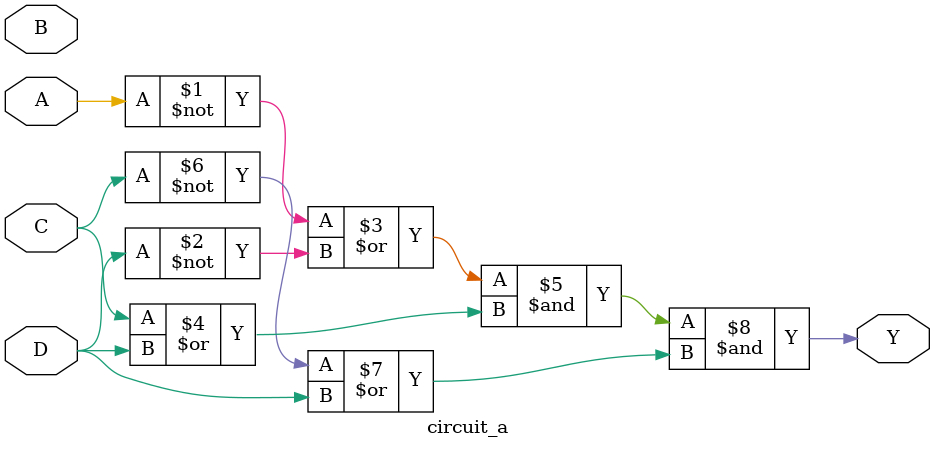
<source format=v>
module circuit_a(
    // Declare inputs
    input A, B, C, D,
    // Declare Y output
    output Y
);
    assign Y = (~A | ~D) & (C | D) & (~C | D);

endmodule

</source>
